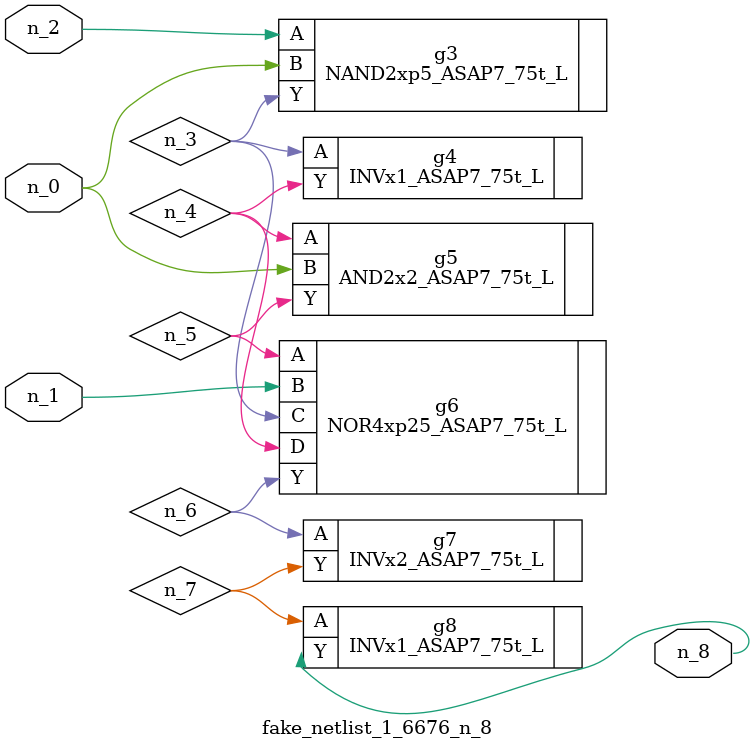
<source format=v>
module fake_netlist_1_6676_n_8 (n_1, n_2, n_0, n_8);
input n_1;
input n_2;
input n_0;
output n_8;
wire n_6;
wire n_4;
wire n_3;
wire n_5;
wire n_7;
NAND2xp5_ASAP7_75t_L g3 ( .A(n_2), .B(n_0), .Y(n_3) );
INVx1_ASAP7_75t_L g4 ( .A(n_3), .Y(n_4) );
AND2x2_ASAP7_75t_L g5 ( .A(n_4), .B(n_0), .Y(n_5) );
NOR4xp25_ASAP7_75t_L g6 ( .A(n_5), .B(n_1), .C(n_3), .D(n_4), .Y(n_6) );
INVx2_ASAP7_75t_L g7 ( .A(n_6), .Y(n_7) );
INVx1_ASAP7_75t_L g8 ( .A(n_7), .Y(n_8) );
endmodule
</source>
